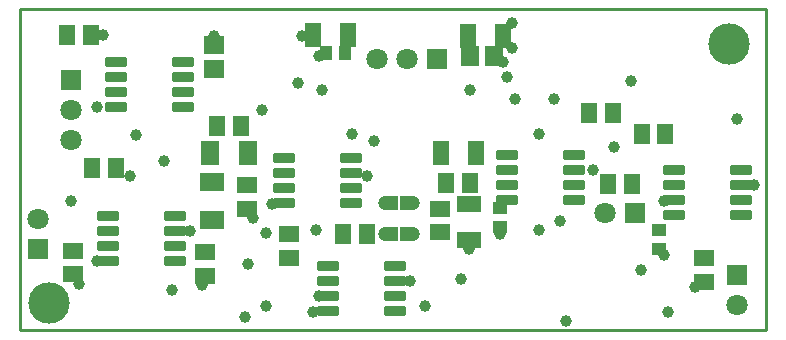
<source format=gts>
G04*
G04 #@! TF.GenerationSoftware,Altium Limited,Altium Designer,21.5.1 (32)*
G04*
G04 Layer_Color=8388736*
%FSLAX25Y25*%
%MOIN*%
G70*
G04*
G04 #@! TF.SameCoordinates,8A425D5F-BF34-4987-8E10-FF1777C96443*
G04*
G04*
G04 #@! TF.FilePolarity,Negative*
G04*
G01*
G75*
%ADD16C,0.01000*%
G04:AMPARAMS|DCode=30|XSize=33.59mil|YSize=72.96mil|CornerRadius=5.92mil|HoleSize=0mil|Usage=FLASHONLY|Rotation=90.000|XOffset=0mil|YOffset=0mil|HoleType=Round|Shape=RoundedRectangle|*
%AMROUNDEDRECTD30*
21,1,0.03359,0.06112,0,0,90.0*
21,1,0.02175,0.07296,0,0,90.0*
1,1,0.01184,0.03056,0.01088*
1,1,0.01184,0.03056,-0.01088*
1,1,0.01184,-0.03056,-0.01088*
1,1,0.01184,-0.03056,0.01088*
%
%ADD30ROUNDEDRECTD30*%
%ADD31R,0.06509X0.05524*%
%ADD32R,0.04737X0.04343*%
%ADD33R,0.05524X0.06509*%
%ADD34R,0.04737X0.04737*%
%ADD35C,0.04737*%
%ADD36R,0.07887X0.05328*%
%ADD37R,0.05328X0.07887*%
%ADD38R,0.05918X0.06902*%
%ADD39R,0.06115X0.08280*%
%ADD40R,0.08280X0.06115*%
%ADD41R,0.06902X0.05918*%
%ADD42R,0.04343X0.04737*%
%ADD43C,0.07099*%
%ADD44R,0.07099X0.07099*%
%ADD45R,0.07099X0.07099*%
%ADD46C,0.13800*%
%ADD47C,0.03950*%
D16*
X0Y-107106D02*
Y0D01*
X248500D01*
Y-107106D02*
Y0D01*
X0Y-107106D02*
X248500D01*
D30*
X29378Y-69000D02*
D03*
Y-74000D02*
D03*
Y-79000D02*
D03*
Y-84000D02*
D03*
X51622Y-69000D02*
D03*
Y-74000D02*
D03*
Y-79000D02*
D03*
Y-84000D02*
D03*
X217878Y-53500D02*
D03*
Y-58500D02*
D03*
Y-63500D02*
D03*
Y-68500D02*
D03*
X240122Y-53500D02*
D03*
Y-58500D02*
D03*
Y-63500D02*
D03*
Y-68500D02*
D03*
X162378Y-48500D02*
D03*
Y-53500D02*
D03*
Y-58500D02*
D03*
Y-63500D02*
D03*
X184622Y-48500D02*
D03*
Y-53500D02*
D03*
Y-58500D02*
D03*
Y-63500D02*
D03*
X110244Y-64500D02*
D03*
Y-59500D02*
D03*
Y-54500D02*
D03*
Y-49500D02*
D03*
X88000Y-64500D02*
D03*
Y-59500D02*
D03*
Y-54500D02*
D03*
Y-49500D02*
D03*
X125000Y-100500D02*
D03*
Y-95500D02*
D03*
Y-90500D02*
D03*
Y-85500D02*
D03*
X102756Y-100500D02*
D03*
Y-95500D02*
D03*
Y-90500D02*
D03*
Y-85500D02*
D03*
X54122Y-32500D02*
D03*
Y-27500D02*
D03*
Y-22500D02*
D03*
Y-17500D02*
D03*
X31878Y-32500D02*
D03*
Y-27500D02*
D03*
Y-22500D02*
D03*
Y-17500D02*
D03*
D31*
X228000Y-83063D02*
D03*
Y-90937D02*
D03*
X140000Y-66563D02*
D03*
Y-74437D02*
D03*
X17500Y-88437D02*
D03*
Y-80563D02*
D03*
X89500Y-83000D02*
D03*
Y-75126D02*
D03*
X75500Y-58626D02*
D03*
Y-66500D02*
D03*
X61500Y-88937D02*
D03*
Y-81063D02*
D03*
D32*
X213000Y-73756D02*
D03*
Y-80055D02*
D03*
X160000Y-66201D02*
D03*
Y-72500D02*
D03*
D33*
X196063Y-58201D02*
D03*
X203937D02*
D03*
X189563Y-34500D02*
D03*
X197437D02*
D03*
X207126Y-41500D02*
D03*
X215000D02*
D03*
X149874Y-58000D02*
D03*
X142000D02*
D03*
X24063Y-53000D02*
D03*
X31937D02*
D03*
X23437Y-8500D02*
D03*
X15563D02*
D03*
X115437Y-75126D02*
D03*
X107563D02*
D03*
X73437Y-39000D02*
D03*
X65563D02*
D03*
D34*
X123500Y-64500D02*
D03*
X129000D02*
D03*
Y-75126D02*
D03*
X123500D02*
D03*
D35*
X121500Y-64500D02*
D03*
X131000D02*
D03*
Y-75126D02*
D03*
X121500D02*
D03*
D36*
X149500Y-65095D02*
D03*
Y-76906D02*
D03*
D37*
X151906Y-48000D02*
D03*
X140094D02*
D03*
X149094Y-9000D02*
D03*
X160906D02*
D03*
X97594Y-8500D02*
D03*
X109406D02*
D03*
D38*
X150000Y-15500D02*
D03*
X157874D02*
D03*
D39*
X75799Y-48000D02*
D03*
X63201D02*
D03*
D40*
X64000Y-57701D02*
D03*
Y-70299D02*
D03*
D41*
X64500Y-19937D02*
D03*
Y-12063D02*
D03*
D42*
X108150Y-14500D02*
D03*
X101850D02*
D03*
D43*
X239000Y-98500D02*
D03*
X195000Y-68000D02*
D03*
X6000Y-70000D02*
D03*
X17000Y-33500D02*
D03*
Y-43500D02*
D03*
X129000Y-16500D02*
D03*
X119000D02*
D03*
D44*
X239000Y-88500D02*
D03*
X6000Y-80000D02*
D03*
X17000Y-23500D02*
D03*
D45*
X205000Y-68000D02*
D03*
X139000Y-16500D02*
D03*
D46*
X9500Y-98000D02*
D03*
X236221Y-11811D02*
D03*
D47*
X173000Y-73756D02*
D03*
X214500Y-82000D02*
D03*
X135000Y-99000D02*
D03*
X150000Y-27000D02*
D03*
X118000Y-44000D02*
D03*
X130000Y-90500D02*
D03*
X149500Y-80000D02*
D03*
X165000Y-30000D02*
D03*
X160000Y-75000D02*
D03*
X147000Y-90000D02*
D03*
X182000Y-104000D02*
D03*
X216000Y-101000D02*
D03*
X207000Y-87000D02*
D03*
X225000Y-92500D02*
D03*
X198000Y-46000D02*
D03*
X180000Y-70500D02*
D03*
X214500Y-64000D02*
D03*
X244500Y-58500D02*
D03*
X191000Y-53500D02*
D03*
X173000Y-41500D02*
D03*
X239000Y-36500D02*
D03*
X178000Y-30000D02*
D03*
X99500Y-15500D02*
D03*
X94000Y-9000D02*
D03*
X164000Y-4500D02*
D03*
Y-13000D02*
D03*
X25500Y-84000D02*
D03*
X77500Y-69500D02*
D03*
X82000Y-74500D02*
D03*
X84000Y-65000D02*
D03*
X99500Y-95500D02*
D03*
X110500Y-41500D02*
D03*
X76000Y-85000D02*
D03*
X98500Y-73500D02*
D03*
X80500Y-33500D02*
D03*
X100500Y-27000D02*
D03*
X17000Y-64000D02*
D03*
X38500Y-42000D02*
D03*
X19500Y-91500D02*
D03*
X60500Y-92000D02*
D03*
X82000Y-99000D02*
D03*
X92500Y-24500D02*
D03*
X161000Y-17500D02*
D03*
X162378Y-22500D02*
D03*
X48000Y-50500D02*
D03*
X203500Y-24000D02*
D03*
X75000Y-102500D02*
D03*
X50500Y-93500D02*
D03*
X115500Y-55500D02*
D03*
X56500Y-74000D02*
D03*
X36500Y-55500D02*
D03*
X97500Y-101000D02*
D03*
X64500Y-9000D02*
D03*
X27500Y-8500D02*
D03*
X25500Y-32500D02*
D03*
M02*

</source>
